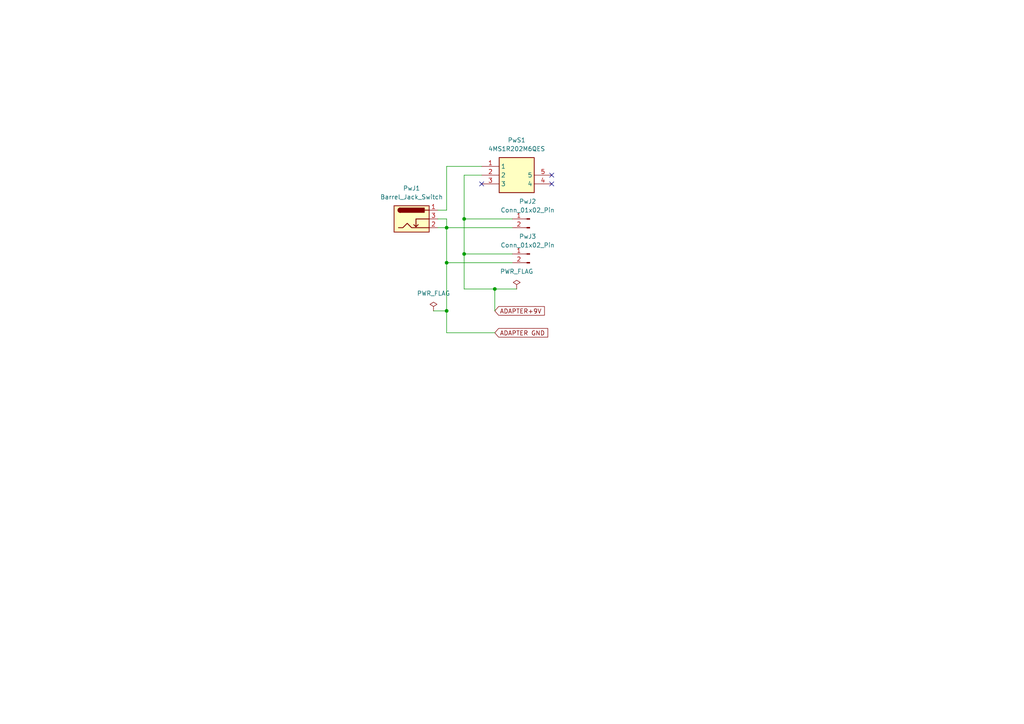
<source format=kicad_sch>
(kicad_sch (version 20250114) (generator "eeschema") (generator_version "9.0")
  (paper "A4")
  (lib_symbols
    (symbol "Connector:Barrel_Jack_Switch" (pin_names (hide yes))
      (property "Reference" "J" (at 0 5.334 0))
      (property "Value" "Barrel_Jack_Switch" (at 0 -5.08 0))
      (symbol "Barrel_Jack_Switch_0_1"
        (rectangle (start -5.08 3.81) (end 5.08 -3.81) (stroke (width 0.254)) (fill (type background)))
        (polyline (pts (xy -3.81 -2.54) (xy -2.54 -2.54) (xy -1.27 -1.27) (xy 0 -2.54) (xy 2.54 -2.54) (xy 5.08 -2.54)) (stroke (width 0.254)))
        (arc (start -3.302 1.905) (mid -3.9343 2.54) (end -3.302 3.175) (stroke (width 0.254)))
        (arc (start -3.302 1.905) (mid -3.9343 2.54) (end -3.302 3.175) (stroke (width 0.254)) (fill (type outline)))
        (polyline (pts (xy 1.27 -2.286) (xy 1.905 -1.651)) (stroke (width 0.254)))
        (rectangle (start 3.683 3.175) (end -3.302 1.905) (stroke (width 0.254)) (fill (type outline)))
        (polyline (pts (xy 5.08 2.54) (xy 3.81 2.54)) (stroke (width 0.254)))
        (polyline (pts (xy 5.08 0) (xy 1.27 0) (xy 1.27 -2.286) (xy 0.635 -1.651)) (stroke (width 0.254)))
      )
      (symbol "Barrel_Jack_Switch_1_1"
        (pin passive line (at 7.62 2.54 180) (length 2.54) (name "~") (number "1"))
        (pin passive line (at 7.62 0 180) (length 2.54) (name "~") (number "3"))
        (pin passive line (at 7.62 -2.54 180) (length 2.54) (name "~") (number "2"))
      )
    )
    (symbol "Connector:Conn_01x02_Pin" (pin_names (offset 1.016) (hide yes))
      (property "Reference" "J" (at 0 2.54 0))
      (property "Value" "Conn_01x02_Pin" (at 0 -5.08 0))
      (symbol "Conn_01x02_Pin_1_1"
        (rectangle (start 0.8636 0.127) (end 0 -0.127) (stroke (width 0.1524)) (fill (type outline)))
        (rectangle (start 0.8636 -2.413) (end 0 -2.667) (stroke (width 0.1524)) (fill (type outline)))
        (polyline (pts (xy 1.27 0) (xy 0.8636 0)) (stroke (width 0.1524)))
        (polyline (pts (xy 1.27 -2.54) (xy 0.8636 -2.54)) (stroke (width 0.1524)))
        (pin passive line (at 5.08 0 180) (length 3.81) (name "Pin_1") (number "1"))
        (pin passive line (at 5.08 -2.54 180) (length 3.81) (name "Pin_2") (number "2"))
      )
    )
    (symbol "SamacSys_Parts:4MS1R202M6QES"
      (property "Reference" "S" (at 16.51 7.62 0))
      (property "Value" "4MS1R202M6QES" (at 16.51 5.08 0))
      (symbol "4MS1R202M6QES_1_1"
        (rectangle (start 5.08 2.54) (end 15.24 -7.62) (stroke (width 0.254)) (fill (type background)))
        (pin passive line (at 0 0 0) (length 5.08) (name "4") (number "4"))
        (pin passive line (at 0 -2.54 0) (length 5.08) (name "5") (number "5"))
        (pin passive line (at 20.32 0 180) (length 5.08) (name "3") (number "3"))
        (pin passive line (at 20.32 -2.54 180) (length 5.08) (name "2") (number "2"))
        (pin passive line (at 20.32 -5.08 180) (length 5.08) (name "1") (number "1"))
      )
    )
    (symbol "power:PWR_FLAG" (power) (pin_numbers (hide yes)) (pin_names (offset 0) (hide yes))
      (property "Value" "PWR_FLAG" (at 0 3.81 0))
      (symbol "PWR_FLAG_0_0"
        (pin power_out line (at 0 0 90) (length 0) (name "~") (number "1"))
      )
      (symbol "PWR_FLAG_0_1"
        (polyline (pts (xy 0 0) (xy 0 1.27) (xy -1.016 1.905) (xy 0 2.54) (xy 1.016 1.905) (xy 0 1.27)))
      )
    )
  )
  (text "" (at 124.714 50.292 0) (effects (font (size 1.27 1.27))))
  (junction (at 129.54 90.17))
  (junction (at 134.62 63.5))
  (junction (at 129.54 66.04))
  (junction (at 134.62 73.66))
  (junction (at 129.54 76.2))
  (junction (at 143.51 83.82))
  (no_connect (at 139.7 53.34))
  (no_connect (at 160.02 50.8))
  (no_connect (at 160.02 53.34))
  (wire (pts (xy 129.54 96.52) (xy 129.54 90.17)))
  (wire (pts (xy 139.7 50.8) (xy 134.62 50.8)))
  (wire (pts (xy 127 63.5) (xy 129.54 63.5)))
  (wire (pts (xy 134.62 50.8) (xy 134.62 63.5)))
  (wire (pts (xy 143.51 83.82) (xy 134.62 83.82)))
  (wire (pts (xy 134.62 63.5) (xy 134.62 73.66)))
  (wire (pts (xy 127 60.96) (xy 129.54 60.96)))
  (wire (pts (xy 134.62 63.5) (xy 148.59 63.5)))
  (wire (pts (xy 125.73 90.17) (xy 129.54 90.17)))
  (wire (pts (xy 143.51 83.82) (xy 149.86 83.82)))
  (wire (pts (xy 129.54 63.5) (xy 129.54 66.04)))
  (wire (pts (xy 129.54 48.26) (xy 139.7 48.26)))
  (wire (pts (xy 134.62 73.66) (xy 134.62 83.82)))
  (wire (pts (xy 127 66.04) (xy 129.54 66.04)))
  (wire (pts (xy 143.51 83.82) (xy 143.51 90.17)))
  (wire (pts (xy 129.54 60.96) (xy 129.54 48.26)))
  (wire (pts (xy 129.54 90.17) (xy 129.54 76.2)))
  (wire (pts (xy 129.54 76.2) (xy 129.54 66.04)))
  (wire (pts (xy 129.54 66.04) (xy 148.59 66.04)))
  (wire (pts (xy 134.62 73.66) (xy 148.59 73.66)))
  (wire (pts (xy 129.54 76.2) (xy 148.59 76.2)))
  (wire (pts (xy 143.51 96.52) (xy 129.54 96.52)))
  (global_label "ADAPTER GND" (shape input) (at 143.51 96.52 0) (property "Intersheetrefs" "${INTERSHEET_REFS}" (effects (hide yes))))
  (global_label "ADAPTER+9V" (shape input) (at 143.51 90.17 0) (property "Intersheetrefs" "${INTERSHEET_REFS}" (effects (hide yes))))
  (symbol (lib_id "Connector:Barrel_Jack_Switch") (at 119.38 63.5 0) (unit 1)
    (property "Reference" "PwJ1" (at 119.38 54.61 0))
    (property "Value" "Barrel_Jack_Switch" (at 119.38 57.15 0))
    (property "Footprint" "Connector_BarrelJack:BarrelJack_Horizontal" (effects (hide yes)))
    (property "Description" "DC Barrel Jack with an internal switch" (effects (hide yes)))
  )
  (symbol (lib_id "Connector:Conn_01x02_Pin") (at 153.67 73.66 0) (mirror y) (unit 1)
    (property "Reference" "PwJ3" (at 153.035 68.58 0))
    (property "Value" "Conn_01x02_Pin" (at 153.035 71.12 0))
    (property "Footprint" "Connector_PinHeader_2.54mm:PinHeader_1x02_P2.54mm_Vertical" (effects (hide yes)))
    (property "Description" "Generic connector, single row, 01x02, script generated" (effects (hide yes)))
  )
  (symbol (lib_id "Connector:Conn_01x02_Pin") (at 153.67 63.5 0) (mirror y) (unit 1)
    (property "Reference" "PwJ2" (at 153.035 58.42 0))
    (property "Value" "Conn_01x02_Pin" (at 153.035 60.96 0))
    (property "Footprint" "Connector_PinHeader_2.54mm:PinHeader_1x02_P2.54mm_Vertical" (effects (hide yes)))
    (property "Description" "Generic connector, single row, 01x02, script generated" (effects (hide yes)))
  )
  (symbol (lib_id "power:PWR_FLAG") (at 125.73 90.17 0) (unit 1)
    (property "Reference" "#FLG01" (effects (hide yes)))
    (property "Value" "PWR_FLAG" (at 125.73 85.09 0))
    (property "Description" "Special symbol for telling ERC where power comes from" (effects (hide yes)))
  )
  (symbol (lib_id "power:PWR_FLAG") (at 149.86 83.82 0) (unit 1)
    (property "Reference" "#FLG02" (effects (hide yes)))
    (property "Value" "PWR_FLAG" (at 149.86 78.74 0))
    (property "Description" "Special symbol for telling ERC where power comes from" (effects (hide yes)))
  )
  (symbol (lib_id "SamacSys_Parts:4MS1R202M6QES") (at 160.02 53.34 180) (unit 1)
    (property "Reference" "PwS1" (at 149.86 40.64 0))
    (property "Value" "4MS1R202M6QES" (at 149.86 43.18 0))
    (property "Footprint" "SamacSys_Parts:4MS1R202M6QES" (effects (hide yes)))
    (property "Description" "Black SPDT Rocker Switch, On-On, 3 A @ 120 V ac +85C -30C 7.11mm 15.75mm" (effects (hide yes)))
    (property "Height" "5.84" (effects (hide yes)))
    (property "Manufacturer_Name" "RS Pro" (effects (hide yes)))
    (property "Manufacturer_Part_Number" "4MS1R202M6QES" (effects (hide yes)))
  )
)
</source>
